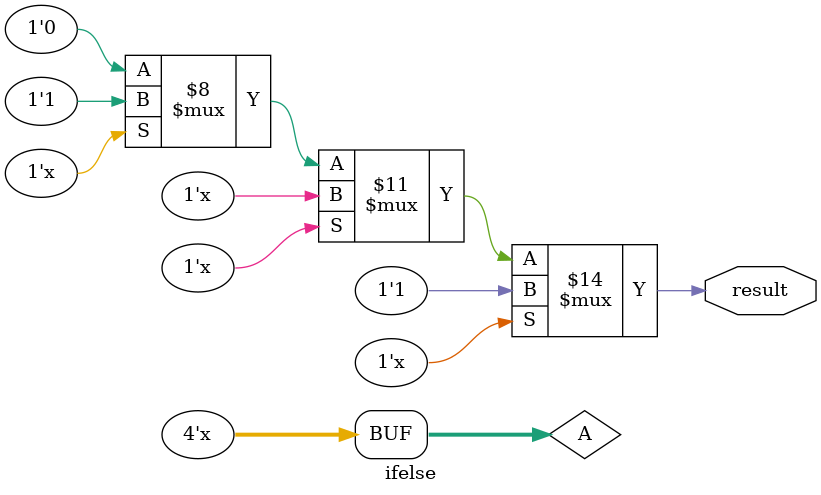
<source format=v>
`timescale 1ns / 1ps


module ifelse(
    output reg result
    );
    
//----testbench-----

reg [3:0] A = 4'h0;
always begin
    #10;
    A=A+1;
end

//---if else kullanýmý---
always @(A) begin
    if(A==5)begin
        result = 1'b1;
    end
    else if (A==3)begin
        result = 1'b1;
    end
    else begin
        result = 1'b0;
    end
end

endmodule

</source>
